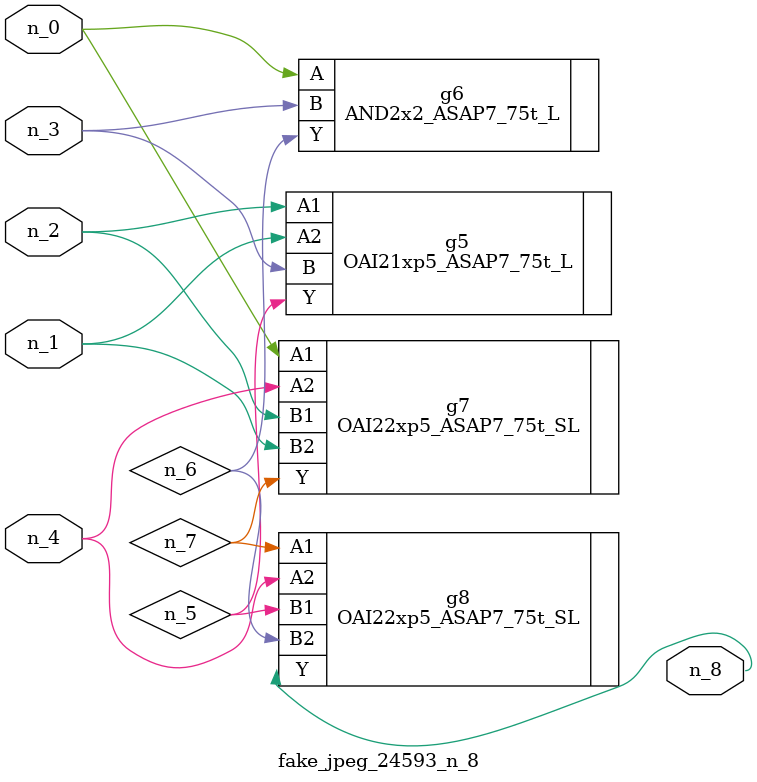
<source format=v>
module fake_jpeg_24593_n_8 (n_3, n_2, n_1, n_0, n_4, n_8);

input n_3;
input n_2;
input n_1;
input n_0;
input n_4;

output n_8;

wire n_6;
wire n_5;
wire n_7;

OAI21xp5_ASAP7_75t_L g5 ( 
.A1(n_2),
.A2(n_1),
.B(n_3),
.Y(n_5)
);

AND2x2_ASAP7_75t_L g6 ( 
.A(n_0),
.B(n_3),
.Y(n_6)
);

OAI22xp5_ASAP7_75t_SL g7 ( 
.A1(n_0),
.A2(n_4),
.B1(n_2),
.B2(n_1),
.Y(n_7)
);

OAI22xp5_ASAP7_75t_SL g8 ( 
.A1(n_7),
.A2(n_4),
.B1(n_5),
.B2(n_6),
.Y(n_8)
);


endmodule
</source>
